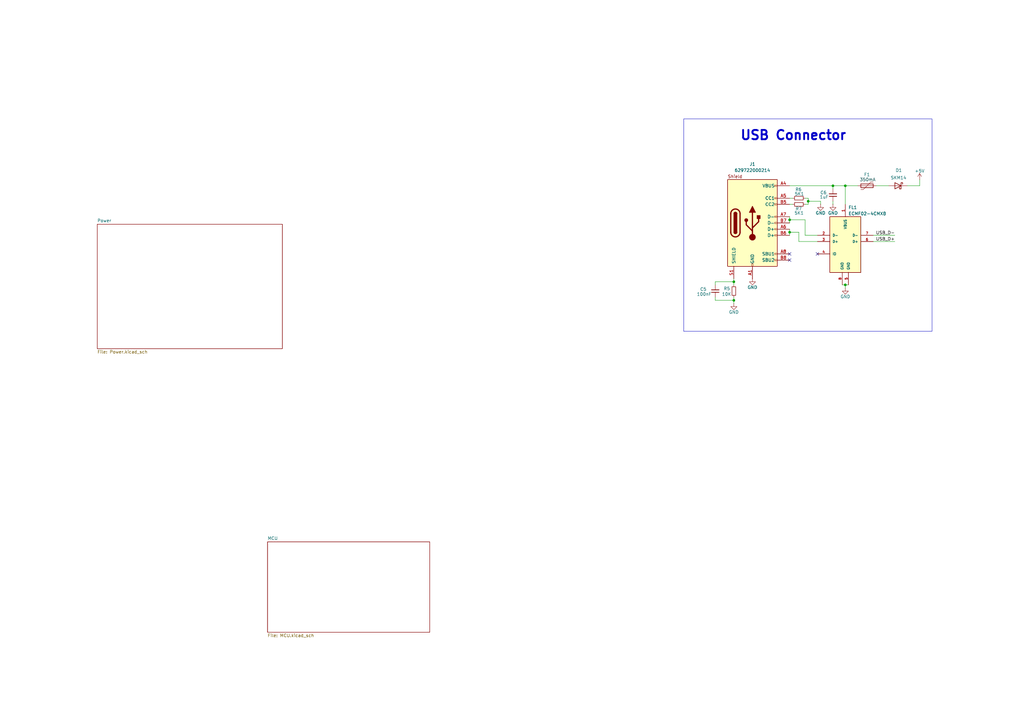
<source format=kicad_sch>
(kicad_sch (version 20231120) (generator "eeschema") (generator_version "8.0")
  (paper "A3")
  (lib_symbols
    (symbol "Device:C_Small" (pin_numbers hide) (pin_names (offset 0.254) hide)
      (property "Reference" "C" (at 0.254 1.778 0))
      (property "Value" "C_Small" (at 0.254 -2.032 0))
      (symbol "C_Small_0_1"
        (polyline (pts (xy -1.524 -0.508) (xy 1.524 -0.508)) (stroke (width 0.3302)))
        (polyline (pts (xy -1.524 0.508) (xy 1.524 0.508)) (stroke (width 0.3048)))
      )
      (symbol "C_Small_1_1"
        (pin passive line (at 0 2.54 270) (length 2.032) (name "~") (number "1"))
        (pin passive line (at 0 -2.54 90) (length 2.032) (name "~") (number "2"))
      )
    )
    (symbol "Device:D_Schottky" (pin_numbers hide) (pin_names (offset 1.016) hide)
      (property "Reference" "D" (at 0 2.54 0))
      (property "Value" "D_Schottky" (at 0 -2.54 0))
      (symbol "D_Schottky_0_1"
        (polyline (pts (xy 1.27 0) (xy -1.27 0)))
        (polyline (pts (xy 1.27 1.27) (xy 1.27 -1.27) (xy -1.27 0) (xy 1.27 1.27)) (stroke (width 0.254)))
        (polyline (pts (xy -1.905 0.635) (xy -1.905 1.27) (xy -1.27 1.27) (xy -1.27 -1.27) (xy -0.635 -1.27) (xy -0.635 -0.635)) (stroke (width 0.254)))
      )
      (symbol "D_Schottky_1_1"
        (pin passive line (at -3.81 0 0) (length 2.54) (name "K") (number "1"))
        (pin passive line (at 3.81 0 180) (length 2.54) (name "A") (number "2"))
      )
    )
    (symbol "Device:Polyfuse" (pin_numbers hide) (pin_names (offset 0))
      (property "Reference" "F" (at -2.54 0 90))
      (property "Value" "Polyfuse" (at 2.54 0 90))
      (symbol "Polyfuse_0_1"
        (rectangle (start -0.762 2.54) (end 0.762 -2.54) (stroke (width 0.254)))
        (polyline (pts (xy 0 2.54) (xy 0 -2.54)))
        (polyline (pts (xy -1.524 2.54) (xy -1.524 1.524) (xy 1.524 -1.524) (xy 1.524 -2.54)))
      )
      (symbol "Polyfuse_1_1"
        (pin passive line (at 0 3.81 270) (length 1.27) (name "~") (number "1"))
        (pin passive line (at 0 -3.81 90) (length 1.27) (name "~") (number "2"))
      )
    )
    (symbol "Device:R_Small" (pin_numbers hide) (pin_names (offset 0.254) hide)
      (property "Reference" "R" (at 0.762 0.508 0))
      (property "Value" "R_Small" (at 0.762 -1.016 0))
      (symbol "R_Small_0_1"
        (rectangle (start -0.762 1.778) (end 0.762 -1.778) (stroke (width 0.2032)))
      )
      (symbol "R_Small_1_1"
        (pin passive line (at 0 2.54 270) (length 0.762) (name "~") (number "1"))
        (pin passive line (at 0 -2.54 90) (length 0.762) (name "~") (number "2"))
      )
    )
    (symbol "Phuese_bottom:629722000214" (pin_names (offset 1.016))
      (property "Reference" "J" (at -1.27 21.59 0))
      (symbol "629722000214_0_0"
        (rectangle (start -1.524 -20.32) (end -1.016 -19.304))
        (rectangle (start 8.89 -17.526) (end 7.874 -18.034))
        (rectangle (start 8.89 -14.986) (end 7.874 -15.494))
        (rectangle (start 8.89 -7.366) (end 7.874 -7.874))
        (rectangle (start 8.89 -4.826) (end 7.874 -5.334))
        (rectangle (start 8.89 -2.286) (end 7.874 -2.794))
        (rectangle (start 8.89 0.254) (end 7.874 -0.254))
        (rectangle (start 8.89 5.334) (end 7.874 4.826))
        (rectangle (start 8.89 7.874) (end 7.874 7.366))
        (rectangle (start 8.89 12.954) (end 7.874 12.446))
        (text "Shield" (at -11.43 15.748 0) (effects (font (size 1.27 1.27)) (justify left bottom)))
      )
      (symbol "629722000214_0_1"
        (rectangle (start -11.43 15.24) (end 8.89 -20.32) (stroke (width 0.254)) (fill (type background)))
        (arc (start -10.16 -6.35) (mid -8.255 -8.2467) (end -6.35 -6.35) (stroke (width 0.508)))
        (arc (start -8.89 -6.35) (mid -8.255 -6.9823) (end -7.62 -6.35) (stroke (width 0.254)))
        (arc (start -8.89 -6.35) (mid -8.255 -6.9823) (end -7.62 -6.35) (stroke (width 0.254)) (fill (type outline)))
        (rectangle (start -8.89 -6.35) (end -7.62 1.27) (stroke (width 0.254)) (fill (type outline)))
        (arc (start -7.62 1.27) (mid -8.255 1.9023) (end -8.89 1.27) (stroke (width 0.254)))
        (arc (start -7.62 1.27) (mid -8.255 1.9023) (end -8.89 1.27) (stroke (width 0.254)) (fill (type outline)))
        (arc (start -6.35 1.27) (mid -8.255 3.1667) (end -10.16 1.27) (stroke (width 0.508)))
        (circle (center -3.81 -1.397) (radius 0.635) (stroke (width 0.254)) (fill (type outline)))
        (circle (center -1.27 -8.382) (radius 1.27) (fill (type outline)))
        (polyline (pts (xy -10.16 -6.35) (xy -10.16 1.27)) (stroke (width 0.508)))
        (polyline (pts (xy -6.35 1.27) (xy -6.35 -6.35)) (stroke (width 0.508)))
        (polyline (pts (xy -1.27 -8.382) (xy -1.27 1.778)) (stroke (width 0.508)))
        (polyline (pts (xy -1.27 -5.842) (xy -3.81 -3.302) (xy -3.81 -2.032)) (stroke (width 0.508)))
        (polyline (pts (xy -1.27 -4.572) (xy 1.27 -2.032) (xy 1.27 -0.762)) (stroke (width 0.508)))
        (polyline (pts (xy -2.54 1.778) (xy -1.27 4.318) (xy 0 1.778) (xy -2.54 1.778)) (stroke (width 0.254)) (fill (type outline)))
        (rectangle (start 0.635 -0.762) (end 1.905 0.508) (stroke (width 0.254)) (fill (type outline)))
      )
      (symbol "629722000214_1_1"
        (pin passive line (at -1.27 -25.4 90) (length 5.08) (name "GND") (number "A1"))
        (pin passive line (at -1.27 -25.4 90) (length 5.08) hide (name "GND") (number "A12"))
        (pin passive line (at 13.97 12.7 180) (length 5.08) (name "VBUS") (number "A4"))
        (pin bidirectional line (at 13.97 7.62 180) (length 5.08) (name "CC1") (number "A5"))
        (pin bidirectional line (at 13.97 -5.08 180) (length 5.08) (name "D+") (number "A6"))
        (pin bidirectional line (at 13.97 0 180) (length 5.08) (name "D-") (number "A7"))
        (pin bidirectional line (at 13.97 -15.24 180) (length 5.08) (name "SBU1") (number "A8"))
        (pin passive line (at 13.97 12.7 180) (length 5.08) hide (name "VBUS") (number "A9"))
        (pin passive line (at -1.27 -25.4 90) (length 5.08) hide (name "GND") (number "B1"))
        (pin passive line (at -1.27 -25.4 90) (length 5.08) hide (name "GND") (number "B12"))
        (pin passive line (at 13.97 12.7 180) (length 5.08) hide (name "VBUS") (number "B4"))
        (pin bidirectional line (at 13.97 5.08 180) (length 5.08) (name "CC2") (number "B5"))
        (pin bidirectional line (at 13.97 -7.62 180) (length 5.08) (name "D+") (number "B6"))
        (pin bidirectional line (at 13.97 -2.54 180) (length 5.08) (name "D-") (number "B7"))
        (pin bidirectional line (at 13.97 -17.78 180) (length 5.08) (name "SBU2") (number "B8"))
        (pin passive line (at 13.97 12.7 180) (length 5.08) hide (name "VBUS") (number "B9"))
        (pin passive line (at -8.89 -25.4 90) (length 5.08) (name "SHIELD") (number "S1"))
        (pin passive line (at -8.89 -25.4 90) (length 5.08) hide (name "SHIELD2") (number "S2"))
        (pin passive line (at -8.89 -25.4 90) (length 5.08) hide (name "SHIELD2") (number "S3"))
        (pin passive line (at -8.89 -25.4 90) (length 5.08) hide (name "SHIELD2") (number "S4"))
      )
    )
    (symbol "ichos:ECMF02-4CMX8" (pin_names (offset 1.016))
      (property "Reference" "FL" (at -2.794 12.954 0))
      (property "Value" "ECMF02-4CMX8" (at -3.048 10.922 0))
      (symbol "ECMF02-4CMX8_0_0"
        (rectangle (start -10.16 10.16) (end 2.54 -12.7) (stroke (width 0.254)) (fill (type background)))
        (pin power_in line (at -3.81 15.24 270) (length 5.08) (name "VBUS") (number "1"))
        (pin passive line (at -15.24 -5.08 0) (length 5.08) (name "ID") (number "4"))
      )
      (symbol "ECMF02-4CMX8_1_0"
        (pin bidirectional line (at -15.24 2.54 0) (length 5.08) (name "D-") (number "2"))
        (pin bidirectional line (at -15.24 0 0) (length 5.08) (name "D+") (number "3"))
        (pin power_in line (at -2.54 -17.78 90) (length 5.08) (name "GND") (number "5"))
        (pin bidirectional line (at 7.62 0 180) (length 5.08) (name "D+") (number "6"))
        (pin bidirectional line (at 7.62 2.54 180) (length 5.08) (name "D-") (number "7"))
        (pin power_in line (at -5.08 -17.78 90) (length 5.08) (name "GND") (number "8"))
      )
    )
    (symbol "power:+5V" (power) (pin_numbers hide) (pin_names (offset 0) hide)
      (property "Value" "+5V" (at 0 3.556 0))
      (symbol "+5V_0_1"
        (polyline (pts (xy -0.762 1.27) (xy 0 2.54)))
        (polyline (pts (xy 0 0) (xy 0 2.54)))
        (polyline (pts (xy 0 2.54) (xy 0.762 1.27)))
      )
      (symbol "+5V_1_1"
        (pin power_in line (at 0 0 90) (length 0) (name "~") (number "1"))
      )
    )
    (symbol "power:GND" (power) (pin_numbers hide) (pin_names (offset 0) hide)
      (property "Value" "GND" (at 0 -3.81 0))
      (symbol "GND_0_1"
        (polyline (pts (xy 0 0) (xy 0 -1.27) (xy 1.27 -1.27) (xy 0 -2.54) (xy -1.27 -1.27) (xy 0 -1.27)))
      )
      (symbol "GND_1_1"
        (pin power_in line (at 0 0 270) (length 0) (name "~") (number "1"))
      )
    )
  )
  (junction (at 341.63 76.2))
  (junction (at 331.47 82.55))
  (junction (at 300.99 123.19))
  (junction (at 323.85 95.25))
  (junction (at 323.85 90.17))
  (junction (at 346.71 76.2))
  (junction (at 300.99 115.57))
  (junction (at 346.71 116.84))
  (no_connect (at 335.28 104.14))
  (no_connect (at 323.85 106.68))
  (no_connect (at 323.85 104.14))
  (wire (pts (xy 293.37 116.84) (xy 293.37 115.57)))
  (wire (pts (xy 346.71 116.84) (xy 347.98 116.84)))
  (wire (pts (xy 341.63 76.2) (xy 346.71 76.2)))
  (wire (pts (xy 323.85 83.82) (xy 325.12 83.82)))
  (wire (pts (xy 330.2 96.52) (xy 330.2 90.17)))
  (wire (pts (xy 323.85 76.2) (xy 341.63 76.2)))
  (wire (pts (xy 372.11 76.2) (xy 377.19 76.2)))
  (wire (pts (xy 331.47 81.28) (xy 330.2 81.28)))
  (wire (pts (xy 346.71 76.2) (xy 351.79 76.2)))
  (wire (pts (xy 346.71 76.2) (xy 346.71 83.82)))
  (wire (pts (xy 341.63 83.82) (xy 341.63 82.55)))
  (wire (pts (xy 300.99 121.92) (xy 300.99 123.19)))
  (wire (pts (xy 293.37 123.19) (xy 300.99 123.19)))
  (wire (pts (xy 335.28 99.06) (xy 327.66 99.06)))
  (wire (pts (xy 323.85 81.28) (xy 325.12 81.28)))
  (wire (pts (xy 331.47 82.55) (xy 336.55 82.55)))
  (wire (pts (xy 377.19 76.2) (xy 377.19 73.66)))
  (wire (pts (xy 336.55 82.55) (xy 336.55 83.82)))
  (wire (pts (xy 346.71 116.84) (xy 345.44 116.84)))
  (wire (pts (xy 358.14 99.06) (xy 367.03 99.06)))
  (wire (pts (xy 358.14 96.52) (xy 367.03 96.52)))
  (wire (pts (xy 331.47 82.55) (xy 331.47 83.82)))
  (wire (pts (xy 335.28 96.52) (xy 330.2 96.52)))
  (wire (pts (xy 323.85 90.17) (xy 323.85 91.44)))
  (wire (pts (xy 293.37 115.57) (xy 300.99 115.57)))
  (wire (pts (xy 331.47 83.82) (xy 330.2 83.82)))
  (wire (pts (xy 327.66 99.06) (xy 327.66 95.25)))
  (wire (pts (xy 330.2 90.17) (xy 323.85 90.17)))
  (wire (pts (xy 323.85 95.25) (xy 323.85 96.52)))
  (wire (pts (xy 300.99 123.19) (xy 300.99 124.46)))
  (wire (pts (xy 341.63 76.2) (xy 341.63 77.47)))
  (wire (pts (xy 300.99 114.3) (xy 300.99 115.57)))
  (wire (pts (xy 323.85 93.98) (xy 323.85 95.25)))
  (wire (pts (xy 346.71 118.11) (xy 346.71 116.84)))
  (wire (pts (xy 359.41 76.2) (xy 364.49 76.2)))
  (wire (pts (xy 300.99 115.57) (xy 300.99 116.84)))
  (wire (pts (xy 323.85 88.9) (xy 323.85 90.17)))
  (wire (pts (xy 293.37 121.92) (xy 293.37 123.19)))
  (wire (pts (xy 331.47 81.28) (xy 331.47 82.55)))
  (wire (pts (xy 327.66 95.25) (xy 323.85 95.25)))
  (rectangle (start 280.416 48.768) (end 382.27 135.89))
  (text "USB Connector" (at 325.374 55.626 0) (effects (font (size 3.81 3.81) (thickness 0.762) (bold yes))))
  (label "USB_D+" (at 367.03 99.06 180))
  (label "USB_D-" (at 367.03 96.52 180))
  (symbol (lib_id "power:GND") (at 341.63 83.82 0) (unit 1)
    (property "Reference" "#PWR016" (effects (hide yes)))
    (property "Value" "GND" (at 341.63 87.376 0))
    (property "Description" "Power symbol creates a global label with name \"GND\" , ground" (effects (hide yes)))
  )
  (symbol (lib_id "Device:C_Small") (at 293.37 119.38 180) (unit 1)
    (property "Reference" "C5" (at 289.814 118.618 0) (effects (justify left)))
    (property "Value" "100nF" (at 291.846 120.65 0) (effects (justify left)))
    (property "Footprint" "Capacitor_SMD:C_0402_1005Metric" (effects (hide yes)))
    (property "Description" "Unpolarized capacitor, small symbol" (effects (hide yes)))
    (property "Rating" "50VDC 10% X7R" (effects (hide yes)))
    (property "Vendor" "https://eu.mouser.com/ProductDetail/KYOCERA-AVX/KAM15AR71H104KT?qs=Jm2GQyTW%2Fbh2%2FGRPGE98wA%3D%3D" (effects (hide yes)))
  )
  (symbol (lib_id "Phuese_bottom:629722000214") (at 309.88 88.9 0) (unit 1)
    (property "Reference" "J1" (at 308.61 67.31 0))
    (property "Value" "629722000214" (at 308.61 69.85 0))
    (property "Footprint" "SamacSys_Parts:629722000214" (effects (hide yes)))
    (property "Datasheet" "https://www.we-online.com/components/products/datasheet/629722000214.pdf" (effects (hide yes)))
    (property "Vendor" "WE: 629722000214" (effects (hide yes)))
  )
  (symbol (lib_id "power:+5V") (at 377.19 73.66 0) (unit 1)
    (property "Reference" "#PWR015" (effects (hide yes)))
    (property "Value" "+5V" (at 377.19 70.104 0))
    (property "Description" "Power symbol creates a global label with name \"+5V\"" (effects (hide yes)))
  )
  (symbol (lib_id "power:GND") (at 308.61 114.3 0) (unit 1)
    (property "Reference" "#PWR012" (effects (hide yes)))
    (property "Value" "GND" (at 308.61 117.856 0))
    (property "Description" "Power symbol creates a global label with name \"GND\" , ground" (effects (hide yes)))
  )
  (symbol (lib_id "ichos:ECMF02-4CMX8") (at 350.52 99.06 0) (unit 1)
    (property "Reference" "FL1" (at 347.98 85.09 0) (effects (justify left)))
    (property "Value" "ECMF02-4CMX8" (at 347.98 87.63 0) (effects (justify left)))
    (property "Footprint" "ichos:ECMF02-4CMX8" (effects (hide yes)))
    (property "Datasheet" "https://eu.mouser.com/datasheet/2/389/ecmf02_4cmx8-1849090.pdf" (effects (hide yes)))
    (property "Description" "Common Mode Chokes / Filters ESD Filter" (effects (hide yes)))
    (property "Vendor" "https://eu.mouser.com/ProductDetail/STMicroelectronics/ECMF02-4CMX8?qs=xYt8xtm2zhmK7GoDlDZR3A%3D%3D&srsltid=AfmBOoqmXPe53FuNrd-eeNfxb1_--c4U8CeTHyGj0RfLs9UDB8uKVJhv" (effects (hide yes)))
  )
  (symbol (lib_id "power:GND") (at 346.71 118.11 0) (unit 1)
    (property "Reference" "#PWR014" (effects (hide yes)))
    (property "Value" "GND" (at 346.71 121.666 0))
    (property "Description" "Power symbol creates a global label with name \"GND\" , ground" (effects (hide yes)))
  )
  (symbol (lib_id "Device:C_Small") (at 341.63 80.01 180) (unit 1)
    (property "Reference" "C6" (at 339.09 78.994 0) (effects (justify left)))
    (property "Value" "1uF" (at 339.852 80.772 0) (effects (justify left)))
    (property "Footprint" "Capacitor_SMD:C_0603_1608Metric" (effects (hide yes)))
    (property "Description" "Unpolarized capacitor, small symbol" (effects (hide yes)))
    (property "Rating" "50VDC 10% X7R" (effects (hide yes)))
    (property "Vendor" "https://eu.mouser.com/ProductDetail/Samsung-Electro-Mechanics/CL10B105KB8NQNC?qs=Jm2GQyTW%2FbjBq1uiSyA2AQ%3D%3D" (effects (hide yes)))
  )
  (symbol (lib_id "power:GND") (at 336.55 83.82 0) (unit 1)
    (property "Reference" "#PWR013" (effects (hide yes)))
    (property "Value" "GND" (at 336.55 87.376 0))
    (property "Description" "Power symbol creates a global label with name \"GND\" , ground" (effects (hide yes)))
  )
  (symbol (lib_id "Device:Polyfuse") (at 355.6 76.2 90) (unit 1)
    (property "Reference" "F1" (at 355.6 71.628 90))
    (property "Value" "0ZCG0035FF2C" (effects (hide yes)))
    (property "Footprint" "Fuse:Fuse_1812_4532Metric" (effects (hide yes)))
    (property "Datasheet" "https://eu.mouser.com/datasheet/2/643/ds_cp_0zcg_series-1960332.pdf" (effects (hide yes)))
    (property "Description" "Resettable fuse, polymeric positive temperature coefficient" (effects (hide yes)))
    (property "Rating" "350mA" (at 355.854 73.66 90))
    (property "Vendor" "https://eu.mouser.com/ProductDetail/Bel-Fuse/0ZCG0035FF2C?qs=SRYZG9HaIQ3TK6zVEb11pg%3D%3D" (effects (hide yes)))
  )
  (symbol (lib_id "power:GND") (at 300.99 124.46 0) (unit 1)
    (property "Reference" "#PWR011" (effects (hide yes)))
    (property "Value" "GND" (at 300.99 128.016 0))
    (property "Description" "Power symbol creates a global label with name \"GND\" , ground" (effects (hide yes)))
  )
  (symbol (lib_id "Device:D_Schottky") (at 368.3 76.2 0) (mirror y) (unit 1)
    (property "Reference" "D1" (at 368.6175 69.85 0))
    (property "Value" "SKM14" (at 368.554 72.898 0))
    (property "Footprint" "Diode_SMD:D_SOD-123F" (effects (hide yes)))
    (property "Datasheet" "https://diotec.com/request/datasheet/skm14.pdf" (effects (hide yes)))
    (property "Description" "40V 1A 350mV Vf" (effects (hide yes)))
    (property "Vendor" "https://eu.mouser.com/ProductDetail/Diotec-Semiconductor/SKM14?qs=OlC7AqGiEDmiDI8uXbwnBw%3D%3D" (effects (hide yes)))
  )
  (symbol (lib_id "Device:R_Small") (at 300.99 119.38 180) (unit 1)
    (property "Reference" "R5" (at 299.466 118.364 0) (effects (justify left)))
    (property "Value" "10K" (at 299.974 120.65 0) (effects (justify left)))
    (property "Footprint" "Resistor_SMD:R_0402_1005Metric" (effects (hide yes)))
    (property "Description" "Resistor, small symbol" (effects (hide yes)))
    (property "Rating" "1%" (effects (hide yes)))
    (property "Vendor" "https://eu.mouser.com/ProductDetail/Vishay-Dale/CRCW040210K0FKEDC?qs=sGAEpiMZZMvdGkrng054t8r8AhKhXLMmRzRvL6rLfpm%252B44%252BFlSmM9Q%3D%3D" (effects (hide yes)))
  )
  (symbol (lib_id "Device:R_Small") (at 327.66 83.82 90) (unit 1)
    (property "Reference" "R7" (at 328.93 85.598 90) (effects (justify left)))
    (property "Value" "5K1" (at 329.692 87.376 90) (effects (justify left)))
    (property "Footprint" "Resistor_SMD:R_0402_1005Metric" (effects (hide yes)))
    (property "Description" "Resistor, small symbol" (effects (hide yes)))
    (property "Rating" "1%" (effects (hide yes)))
    (property "Vendor" "https://eu.mouser.com/ProductDetail/Vishay-Dale/CRCW04025K10FKEDC?qs=sGAEpiMZZMvdGkrng054t8r8AhKhXLMmF0D6YRzgBDw9jhjiqDLpgg%3D%3D" (effects (hide yes)))
  )
  (symbol (lib_id "Device:R_Small") (at 327.66 81.28 270) (unit 1)
    (property "Reference" "R6" (at 326.136 77.724 90) (effects (justify left)))
    (property "Value" "5K1" (at 325.882 79.502 90) (effects (justify left)))
    (property "Footprint" "Resistor_SMD:R_0402_1005Metric" (effects (hide yes)))
    (property "Description" "Resistor, small symbol" (effects (hide yes)))
    (property "Rating" "1%" (effects (hide yes)))
    (property "Vendor" "https://eu.mouser.com/ProductDetail/Vishay-Dale/CRCW04025K10FKEDC?qs=sGAEpiMZZMvdGkrng054t8r8AhKhXLMmF0D6YRzgBDw9jhjiqDLpgg%3D%3D" (effects (hide yes)))
  )
  (sheet (at 39.878 91.948) (size 75.946 51.054) (stroke (width 0.1524))
    (property "Sheetname" "Power" (at 39.878 91.2364 0) (effects (justify left bottom)))
    (property "Sheetfile" "Power.kicad_sch" (at 39.878 143.5866 0) (effects (justify left top)))
  )
  (sheet (at 109.728 222.25) (size 66.548 37.084) (stroke (width 0.1524))
    (property "Sheetname" "MCU" (at 109.728 221.5384 0) (effects (justify left bottom)))
    (property "Sheetfile" "MCU.kicad_sch" (at 109.728 259.9186 0) (effects (justify left top)))
  )
)
</source>
